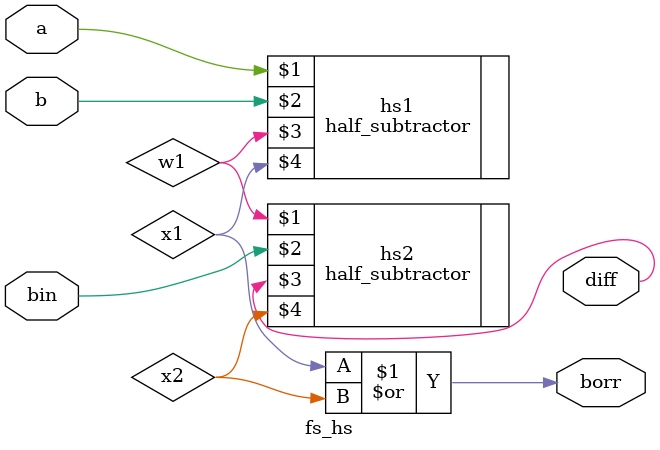
<source format=v>

module fs_hs(input a, b, bin,
             output diff, borr
            );

wire w1, x1, x2;

            half_subtractor hs1(a, b, w1, x1);
            half_subtractor hs2(w1, bin, diff, x2);

            assign borr = x1 | x2;

endmodule


</source>
